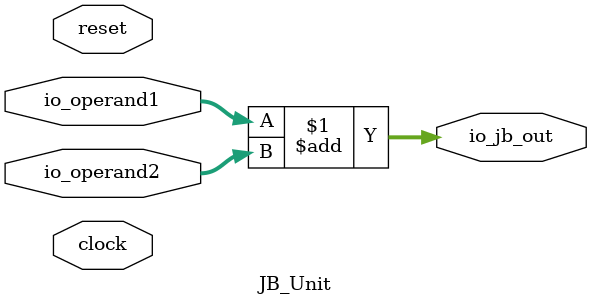
<source format=v>
module JB_Unit(
  input         clock,
  input         reset,
  input  [31:0] io_operand1,
  input  [31:0] io_operand2,
  output [31:0] io_jb_out
);
  assign io_jb_out = io_operand1 + io_operand2; // @[JB_Unit.scala 11:32]
endmodule

</source>
